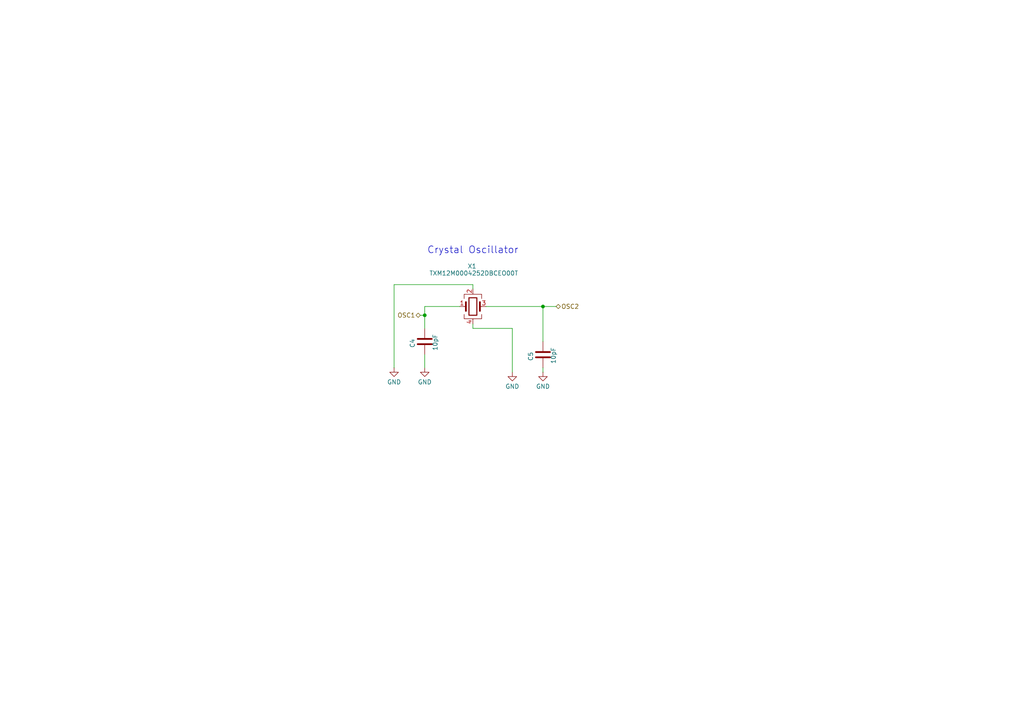
<source format=kicad_sch>
(kicad_sch (version 20231120) (generator "eeschema") (generator_version "8.0")
  (paper "A4")
  (title_block (date "2024-05-30") (rev "0.2.0"))
  (lib_symbols
    (symbol "Device:C" (pin_numbers hide) (pin_names (offset 0.254))
      (property "Reference" "C" (at 0.635 2.54 0))
      (property "Value" "C" (at 0.635 -2.54 0))
      (symbol "C_0_1"
        (polyline (pts (xy -2.032 -0.762) (xy 2.032 -0.762)) (stroke (width 0.508)))
        (polyline (pts (xy -2.032 0.762) (xy 2.032 0.762)) (stroke (width 0.508)))
      )
      (symbol "C_1_1"
        (pin passive line (at 0 3.81 270) (length 2.794) (name "~") (number "1"))
        (pin passive line (at 0 -3.81 90) (length 2.794) (name "~") (number "2"))
      )
    )
    (symbol "Device:Crystal_GND24" (pin_names (offset 1.016) hide)
      (property "Reference" "Y" (at 3.175 5.08 0))
      (property "Value" "Crystal_GND24" (at 3.175 3.175 0))
      (symbol "Crystal_GND24_0_1"
        (rectangle (start -1.143 2.54) (end 1.143 -2.54) (stroke (width 0.3048)))
        (polyline (pts (xy -2.54 0) (xy -2.032 0)))
        (polyline (pts (xy -2.032 -1.27) (xy -2.032 1.27)) (stroke (width 0.508)))
        (polyline (pts (xy 0 -3.81) (xy 0 -3.556)))
        (polyline (pts (xy 0 3.556) (xy 0 3.81)))
        (polyline (pts (xy 2.032 -1.27) (xy 2.032 1.27)) (stroke (width 0.508)))
        (polyline (pts (xy 2.032 0) (xy 2.54 0)))
        (polyline (pts (xy -2.54 -2.286) (xy -2.54 -3.556) (xy 2.54 -3.556) (xy 2.54 -2.286)))
        (polyline (pts (xy -2.54 2.286) (xy -2.54 3.556) (xy 2.54 3.556) (xy 2.54 2.286)))
      )
      (symbol "Crystal_GND24_1_1"
        (pin passive line (at -3.81 0 0) (length 1.27) (name "1") (number "1"))
        (pin passive line (at 0 5.08 270) (length 1.27) (name "2") (number "2"))
        (pin passive line (at 3.81 0 180) (length 1.27) (name "3") (number "3"))
        (pin passive line (at 0 -5.08 90) (length 1.27) (name "4") (number "4"))
      )
    )
    (symbol "power:GND" (power) (pin_numbers hide) (pin_names (offset 0) hide)
      (property "Value" "GND" (at 0 -3.81 0))
      (symbol "GND_0_1"
        (polyline (pts (xy 0 0) (xy 0 -1.27) (xy 1.27 -1.27) (xy 0 -2.54) (xy -1.27 -1.27) (xy 0 -1.27)))
      )
      (symbol "GND_1_1"
        (pin power_in line (at 0 0 270) (length 0) (name "~") (number "1"))
      )
    )
  )
  (junction (at 157.48 88.9))
  (junction (at 123.19 91.44))
  (wire (pts (xy 121.92 91.44) (xy 123.19 91.44)))
  (wire (pts (xy 137.16 82.55) (xy 137.16 83.82)))
  (wire (pts (xy 114.3 82.55) (xy 114.3 106.68)))
  (wire (pts (xy 114.3 82.55) (xy 137.16 82.55)))
  (wire (pts (xy 137.16 93.98) (xy 137.16 95.25)))
  (wire (pts (xy 123.19 95.25) (xy 123.19 91.44)))
  (wire (pts (xy 123.19 102.87) (xy 123.19 106.68)))
  (wire (pts (xy 123.19 91.44) (xy 123.19 88.9)))
  (wire (pts (xy 148.59 95.25) (xy 148.59 107.95)))
  (wire (pts (xy 140.97 88.9) (xy 157.48 88.9)))
  (wire (pts (xy 157.48 106.68) (xy 157.48 107.95)))
  (wire (pts (xy 157.48 88.9) (xy 157.48 99.06)))
  (wire (pts (xy 123.19 88.9) (xy 133.35 88.9)))
  (wire (pts (xy 157.48 88.9) (xy 161.29 88.9)))
  (wire (pts (xy 137.16 95.25) (xy 148.59 95.25)))
  (text "Crystal Oscillator" (at 137.16 72.644 0) (effects (font (size 2 2))))
  (hierarchical_label "OSC2" (shape bidirectional) (at 161.29 88.9 0))
  (hierarchical_label "OSC1" (shape bidirectional) (at 121.92 91.44 180))
  (symbol (lib_id "power:GND") (at 123.19 106.68 0) (unit 1)
    (property "Reference" "#PWR31" (effects (hide yes)))
    (property "Value" "GND" (at 123.19 110.8131 0))
    (property "Description" "Power symbol creates a global label with name \"GND\" , ground" (effects (hide yes)))
  )
  (symbol (lib_id "Device:Crystal_GND24") (at 137.16 88.9 0) (unit 1)
    (property "Reference" "X1" (at 136.906 77.216 0))
    (property "Value" "TXM12M0004252DBCEO00T" (at 137.414 79.248 0))
    (property "Footprint" "Crystal:Crystal_SMD_2520-4Pin_2.5x2.0mm" (effects (hide yes)))
    (property "Description" "Four pin crystal, GND on pins 2 and 4" (effects (hide yes)))
    (property "LCSC" "C284154" (effects (hide yes)))
  )
  (symbol (lib_id "power:GND") (at 114.3 106.68 0) (unit 1)
    (property "Reference" "#PWR30" (effects (hide yes)))
    (property "Value" "GND" (at 114.3 110.8131 0))
    (property "Description" "Power symbol creates a global label with name \"GND\" , ground" (effects (hide yes)))
  )
  (symbol (lib_id "power:GND") (at 148.59 107.95 0) (unit 1)
    (property "Reference" "#PWR32" (effects (hide yes)))
    (property "Value" "GND" (at 148.59 112.0831 0))
    (property "Description" "Power symbol creates a global label with name \"GND\" , ground" (effects (hide yes)))
  )
  (symbol (lib_id "power:GND") (at 157.48 107.95 0) (unit 1)
    (property "Reference" "#PWR33" (effects (hide yes)))
    (property "Value" "GND" (at 157.48 112.0831 0))
    (property "Description" "Power symbol creates a global label with name \"GND\" , ground" (effects (hide yes)))
  )
  (symbol (lib_id "Device:C") (at 157.48 102.87 180) (unit 1)
    (property "Reference" "C5" (at 153.924 103.378 90))
    (property "Value" "10pF" (at 160.528 103.124 90))
    (property "Footprint" "Capacitor_SMD:C_0805_2012Metric" (effects (hide yes)))
    (property "Description" "Unpolarized capacitor" (effects (hide yes)))
  )
  (symbol (lib_id "Device:C") (at 123.19 99.06 180) (unit 1)
    (property "Reference" "C4" (at 119.634 99.568 90))
    (property "Value" "10pF" (at 126.238 99.314 90))
    (property "Footprint" "Capacitor_SMD:C_0805_2012Metric" (effects (hide yes)))
    (property "Description" "Unpolarized capacitor" (effects (hide yes)))
  )
)
</source>
